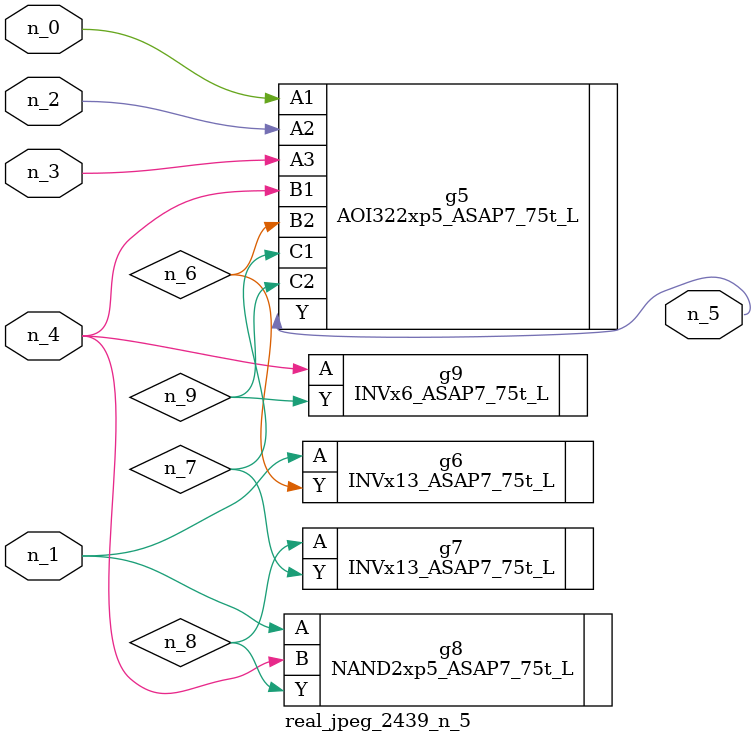
<source format=v>
module real_jpeg_2439_n_5 (n_4, n_0, n_1, n_2, n_3, n_5);

input n_4;
input n_0;
input n_1;
input n_2;
input n_3;

output n_5;

wire n_8;
wire n_6;
wire n_7;
wire n_9;

AOI322xp5_ASAP7_75t_L g5 ( 
.A1(n_0),
.A2(n_2),
.A3(n_3),
.B1(n_4),
.B2(n_6),
.C1(n_7),
.C2(n_9),
.Y(n_5)
);

INVx13_ASAP7_75t_L g6 ( 
.A(n_1),
.Y(n_6)
);

NAND2xp5_ASAP7_75t_L g8 ( 
.A(n_1),
.B(n_4),
.Y(n_8)
);

INVx6_ASAP7_75t_L g9 ( 
.A(n_4),
.Y(n_9)
);

INVx13_ASAP7_75t_L g7 ( 
.A(n_8),
.Y(n_7)
);


endmodule
</source>
